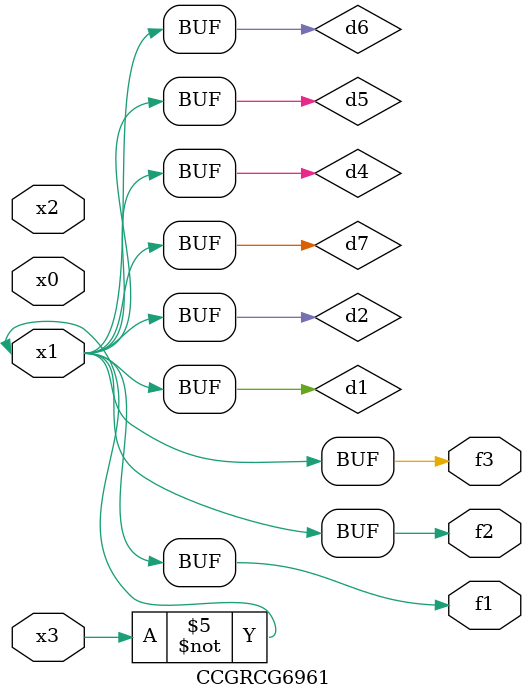
<source format=v>
module CCGRCG6961(
	input x0, x1, x2, x3,
	output f1, f2, f3
);

	wire d1, d2, d3, d4, d5, d6, d7;

	not (d1, x3);
	buf (d2, x1);
	xnor (d3, d1, d2);
	nor (d4, d1);
	buf (d5, d1, d2);
	buf (d6, d4, d5);
	nand (d7, d4);
	assign f1 = d6;
	assign f2 = d7;
	assign f3 = d6;
endmodule

</source>
